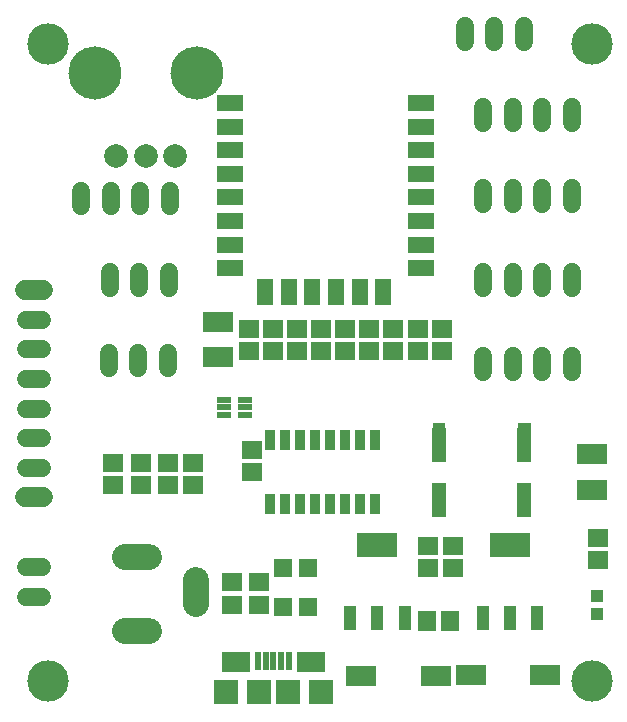
<source format=gbr>
G04 EAGLE Gerber RS-274X export*
G75*
%MOMM*%
%FSLAX34Y34*%
%LPD*%
%INSoldermask Top*%
%IPPOS*%
%AMOC8*
5,1,8,0,0,1.08239X$1,22.5*%
G01*
%ADD10C,3.503200*%
%ADD11R,1.703200X1.503200*%
%ADD12R,2.603200X1.803200*%
%ADD13R,1.503200X1.703200*%
%ADD14R,1.203200X3.003200*%
%ADD15R,1.600200X1.600200*%
%ADD16R,0.603200X1.553200*%
%ADD17R,2.403200X1.803200*%
%ADD18R,2.003200X2.103200*%
%ADD19R,2.103200X2.103200*%
%ADD20C,1.511200*%
%ADD21C,1.711200*%
%ADD22C,2.203200*%
%ADD23R,1.003200X1.003200*%
%ADD24R,1.303200X0.603200*%
%ADD25R,2.503200X1.803200*%
%ADD26R,2.203200X1.403200*%
%ADD27R,1.403200X2.203200*%
%ADD28R,1.103200X2.053200*%
%ADD29R,3.403200X2.053200*%
%ADD30R,0.838200X1.727200*%
%ADD31C,2.003200*%
%ADD32C,4.503200*%

G36*
X365775Y224541D02*
X365775Y224541D01*
X365791Y224539D01*
X365842Y224560D01*
X365895Y224576D01*
X365906Y224588D01*
X365920Y224594D01*
X365952Y224640D01*
X365989Y224681D01*
X365991Y224697D01*
X366000Y224710D01*
X366013Y224790D01*
X366013Y228600D01*
X366010Y228611D01*
X366011Y228619D01*
X366010Y228622D01*
X366011Y228631D01*
X365990Y228682D01*
X365974Y228735D01*
X365962Y228746D01*
X365956Y228760D01*
X365910Y228792D01*
X365869Y228829D01*
X365853Y228831D01*
X365840Y228840D01*
X365760Y228853D01*
X355600Y228853D01*
X355585Y228849D01*
X355569Y228851D01*
X355518Y228830D01*
X355465Y228814D01*
X355454Y228802D01*
X355440Y228796D01*
X355408Y228750D01*
X355371Y228709D01*
X355369Y228693D01*
X355360Y228680D01*
X355347Y228600D01*
X355347Y224790D01*
X355351Y224775D01*
X355349Y224759D01*
X355370Y224708D01*
X355386Y224655D01*
X355398Y224644D01*
X355404Y224630D01*
X355450Y224598D01*
X355491Y224561D01*
X355507Y224559D01*
X355520Y224550D01*
X355600Y224537D01*
X365760Y224537D01*
X365775Y224541D01*
G37*
G36*
X438165Y224541D02*
X438165Y224541D01*
X438181Y224539D01*
X438232Y224560D01*
X438285Y224576D01*
X438296Y224588D01*
X438310Y224594D01*
X438342Y224640D01*
X438379Y224681D01*
X438381Y224697D01*
X438390Y224710D01*
X438403Y224790D01*
X438403Y228600D01*
X438400Y228611D01*
X438401Y228619D01*
X438400Y228622D01*
X438401Y228631D01*
X438380Y228682D01*
X438364Y228735D01*
X438352Y228746D01*
X438346Y228760D01*
X438300Y228792D01*
X438259Y228829D01*
X438243Y228831D01*
X438230Y228840D01*
X438150Y228853D01*
X427990Y228853D01*
X427975Y228849D01*
X427959Y228851D01*
X427908Y228830D01*
X427855Y228814D01*
X427844Y228802D01*
X427830Y228796D01*
X427798Y228750D01*
X427761Y228709D01*
X427759Y228693D01*
X427750Y228680D01*
X427737Y228600D01*
X427737Y224790D01*
X427741Y224775D01*
X427739Y224759D01*
X427760Y224708D01*
X427776Y224655D01*
X427788Y224644D01*
X427794Y224630D01*
X427840Y224598D01*
X427881Y224561D01*
X427897Y224559D01*
X427910Y224550D01*
X427990Y224537D01*
X438150Y224537D01*
X438165Y224541D01*
G37*
D10*
X30000Y550000D03*
X490000Y550000D03*
X490000Y10000D03*
X30000Y10000D03*
D11*
X208092Y74828D03*
X208092Y93828D03*
D12*
X173624Y314588D03*
X173624Y284588D03*
D11*
X200040Y308580D03*
X200040Y289580D03*
X220345Y308697D03*
X220345Y289697D03*
D13*
X350972Y61092D03*
X369972Y61092D03*
D11*
X351150Y105608D03*
X351150Y124608D03*
D12*
X489905Y172353D03*
X489905Y202353D03*
D14*
X432608Y210200D03*
X432608Y163200D03*
D11*
X372938Y124608D03*
X372938Y105608D03*
X201986Y187289D03*
X201986Y206289D03*
D15*
X228600Y105730D03*
X228600Y72710D03*
X249936Y106238D03*
X249936Y73218D03*
D16*
X207520Y27440D03*
X214020Y27440D03*
X220520Y27440D03*
X227020Y27440D03*
X233520Y27440D03*
D17*
X189020Y26190D03*
X252020Y26190D03*
D18*
X180520Y690D03*
D19*
X208520Y690D03*
X232520Y690D03*
D18*
X260520Y690D03*
D20*
X82080Y343360D02*
X82080Y356440D01*
X107080Y356440D02*
X107080Y343360D01*
X132080Y343360D02*
X132080Y356440D01*
X398000Y285320D02*
X398000Y272240D01*
X423000Y272240D02*
X423000Y285320D01*
X448000Y285320D02*
X448000Y272240D01*
X473000Y272240D02*
X473000Y285320D01*
D21*
X25320Y166030D02*
X10240Y166030D01*
D20*
X11240Y191030D02*
X24320Y191030D01*
X24320Y216030D02*
X11240Y216030D01*
X11240Y241030D02*
X24320Y241030D01*
X24320Y266030D02*
X11240Y266030D01*
X11240Y291030D02*
X24320Y291030D01*
X24320Y316030D02*
X11240Y316030D01*
D21*
X10240Y341030D02*
X25320Y341030D01*
D20*
X398000Y483060D02*
X398000Y496140D01*
X423000Y496140D02*
X423000Y483060D01*
X448000Y483060D02*
X448000Y496140D01*
X473000Y496140D02*
X473000Y483060D01*
X24320Y81740D02*
X11240Y81740D01*
X11240Y106740D02*
X24320Y106740D01*
X398000Y414480D02*
X398000Y427560D01*
X423000Y427560D02*
X423000Y414480D01*
X448000Y414480D02*
X448000Y427560D01*
X473000Y427560D02*
X473000Y414480D01*
X57640Y412420D02*
X57640Y425500D01*
X82640Y425500D02*
X82640Y412420D01*
X107640Y412420D02*
X107640Y425500D01*
X132640Y425500D02*
X132640Y412420D01*
X382562Y551564D02*
X382562Y564644D01*
X407562Y564644D02*
X407562Y551564D01*
X432562Y551564D02*
X432562Y564644D01*
X398000Y356440D02*
X398000Y343360D01*
X423000Y343360D02*
X423000Y356440D01*
X448000Y356440D02*
X448000Y343360D01*
X473000Y343360D02*
X473000Y356440D01*
D22*
X115020Y115460D02*
X95020Y115460D01*
X95020Y52460D02*
X115020Y52460D01*
X155020Y75460D02*
X155020Y95460D01*
D23*
X494848Y66988D03*
X494848Y81988D03*
D24*
X196320Y235420D03*
X196320Y241920D03*
X196320Y248420D03*
X178320Y248420D03*
X178320Y241920D03*
X178320Y235420D03*
D11*
X322186Y289712D03*
X322186Y308712D03*
X131280Y195240D03*
X131280Y176240D03*
X362877Y308740D03*
X362877Y289740D03*
X342557Y289740D03*
X342557Y308740D03*
X108420Y195240D03*
X108420Y176240D03*
X301866Y289712D03*
X301866Y308712D03*
X281546Y289712D03*
X281546Y308712D03*
X240906Y289712D03*
X240906Y308712D03*
X152100Y176240D03*
X152100Y195240D03*
X495300Y131608D03*
X495300Y112608D03*
X85090Y195240D03*
X85090Y176240D03*
D25*
X450412Y15052D03*
X387412Y15052D03*
X295040Y14920D03*
X358040Y14920D03*
D26*
X183520Y359740D03*
X183520Y379740D03*
X183520Y399740D03*
X183520Y419740D03*
X183520Y439740D03*
X183520Y459740D03*
X183520Y479740D03*
X183520Y499740D03*
X345520Y359740D03*
X345520Y379740D03*
X345520Y399740D03*
X345520Y419740D03*
X345520Y439740D03*
X345520Y459740D03*
X345520Y479740D03*
X345520Y499740D03*
D27*
X293520Y339740D03*
X213520Y339740D03*
X233520Y339740D03*
X313520Y339740D03*
X253520Y339740D03*
X273520Y339740D03*
D28*
X285620Y63300D03*
X308620Y63300D03*
X331620Y63300D03*
D29*
X308620Y125300D03*
D28*
X397634Y63300D03*
X420634Y63300D03*
X443634Y63300D03*
D29*
X420634Y125300D03*
D30*
X230510Y160390D03*
X255910Y214290D03*
X217810Y160390D03*
X243210Y160390D03*
X255910Y160390D03*
X243210Y214290D03*
X268610Y214290D03*
X281310Y214290D03*
X281310Y160390D03*
X306710Y214290D03*
X268610Y160390D03*
X294010Y160390D03*
X294010Y214290D03*
X306710Y160390D03*
X230510Y214290D03*
X217810Y214290D03*
D31*
X87550Y455250D03*
X112550Y455250D03*
X137550Y455250D03*
D32*
X155550Y525250D03*
X69550Y525250D03*
D20*
X81280Y288000D02*
X81280Y274920D01*
X106280Y274920D02*
X106280Y288000D01*
X131280Y288000D02*
X131280Y274920D01*
D14*
X360680Y210444D03*
X360680Y163444D03*
D11*
X185420Y93828D03*
X185420Y74828D03*
X261112Y308712D03*
X261112Y289712D03*
M02*

</source>
